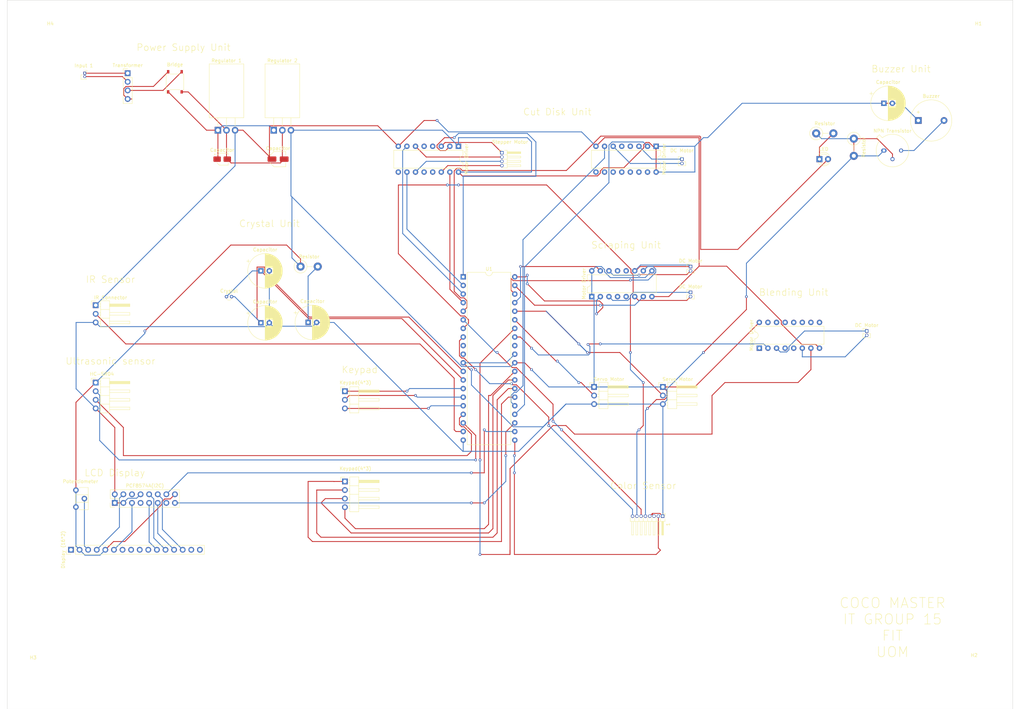
<source format=kicad_pcb>
(kicad_pcb (version 20211014) (generator pcbnew)
  (layers (0 "F.Cu" signal) (31 "B.Cu" signal) (34 "B.Paste" user) (35 "F.Paste" user) (36 "B.SilkS" user "B.Silkscreen") (37 "F.SilkS" user "F.Silkscreen") (38 "B.Mask" user) (39 "F.Mask" user) (44 "Edge.Cuts" user))
  (net 0 "")
  (net 1 "Net-(L1-Pad1)")
  (net 2 "Net-(L1-Pad2)")
  (net 3 "Net-(TRANSFORER1-Pad1)")
  (net 4 "Net-(TRANSFORER1-Pad2)")
  (net 5 "Net-(R_Bridge1-Pad3)")
  (net 6 "Net-(R_Bridge1-Pad4)")
  (net 10 "Net-(10K1-Pad2)")
  (net 11 "GND")
  (net 12 "Net-(U1-Pad1)")
  (net 13 "Net-(motor_driver1-Pad3)")
  (net 16 "Net-(motor_driver1-Pad6)")
  (net 17 "Net-(U1-Pad3)")
  (net 19 "Net-(U1-Pad2)")
  (net 20 "Net-(motor_driver1-Pad11)")
  (net 23 "Net-(motor_driver1-Pad14)")
  (net 24 "Net-(U1-Pad4)")
  (net 25 "Net-(M1-Pad1)")
  (net 26 "Net-(M1-Pad2)")
  (net 27 "Net-(U1-Pad24)")
  (net 28 "Net-(U1-Pad25)")
  (net 38 "Net-(10K1-Pad1)")
  (net 39 "Net-(22pF1-Pad1)")
  (net 40 "Net-(22pF2-Pad1)")
  (net 41 "Net-(J1-Pad1)")
  (net 42 "Net-(J1-Pad2)")
  (net 43 "Net-(M2-Pad1)")
  (net 44 "Net-(M2-Pad2)")
  (net 45 "Net-(M3-Pad1)")
  (net 46 "Net-(M3-Pad2)")
  (net 47 "Net-(Servo2-Pad2)")
  (net 48 "Net-(Servo3-Pad2)")
  (net 49 "Net-(U1-Pad37)")
  (net 50 "Net-(U1-Pad38)")
  (net 51 "Net-(U1-Pad39)")
  (net 52 "Net-(U1-Pad40)")
  (net 57 "Net-(U1-Pad14)")
  (net 58 "Net-(U1-Pad15)")
  (net 59 "Net-(U1-Pad16)")
  (net 60 "Net-(U1-Pad26)")
  (net 61 "Net-(U1-Pad27)")
  (net 62 "Net-(U1-Pad28)")
  (net 63 "Net-(U1-Pad29)")
  (net 64 "Net-(M4-Pad1)")
  (net 65 "Net-(M4-Pad2)")
  (net 66 "Net-(U1-Pad33)")
  (net 67 "Net-(U1-Pad34)")
  (net 78 "Net-(10K2-Pad1)")
  (net 79 "Net-(2K1-Pad2)")
  (net 80 "Net-(BZ1-Pad2)")
  (net 81 "Net-(U1-Pad5)")
  (net 82 "Net-(U1-Pad17)")
  (net 83 "Net-(U1-Pad18)")
  (net 85 "Net-(.1-Pad3)")
  (net 86 "Net-(.1-Pad4)")
  (net 87 "Net-(.1-Pad6)")
  (net 92 "Net-(.1-Pad11)")
  (net 93 "Net-(.1-Pad12)")
  (net 94 "Net-(.1-Pad13)")
  (net 95 "Net-(.1-Pad14)")
  (net 101 "Net-(U1-Pad22)")
  (net 102 "Net-(U1-Pad23)")
  (net 103 "Net-(U1-Pad21)")
  (net 104 "Net-(U1-Pad6)")
  (net 105 "Net-(U1-Pad7)")
  (net 106 "Net-(U1-Pad8)")
  (footprint "Connector_PinHeader_2.54mm:PinHeader_2x08_P2.54mm_Vertical" (layer "F.Cu") (at 31.75 148.59 90)
    (fp_text reference "PCF8574A(I2C)")
    (fp_text value ".")
  )
  (footprint "Connector_PinHeader_2.54mm:PinHeader_1x04_P2.54mm_Horizontal" (layer "F.Cu") (at 99.765 142.25)
    (fp_text reference "Keypad(4*3)")
    (fp_text value "Conn_01x04_Male")
  )
  (footprint "MountingHole:MountingHole_4.3mm_M4_ISO14580" (layer "F.Cu") (at 11.305557 198.072303)
    (fp_text reference "H3")
    (fp_text value "MountingHole_4.3mm_M4_ISO14580")
  )
  (footprint "Package_DIP:DIP-16_W7.62mm" (layer "F.Cu") (at 222.265 102.86 90)
    (fp_text reference "Motor Driver")
    (fp_text value "3")
  )
  (footprint "Connector_PinHeader_1.27mm:PinHeader_1x04_P1.27mm_Horizontal" (layer "F.Cu") (at 146.165 45.09)
    (fp_text reference "Stepper Motor")
    (fp_text value "1")
  )
  (footprint "Package_DIP:DIP-16_W7.62mm" (layer "F.Cu") (at 172.735 87.62 90)
    (fp_text reference "Motor Driver")
    (fp_text value "4")
  )
  (footprint "MountingHole:MountingHole_4.3mm_M4_ISO14580" (layer "F.Cu") (at 285.75 198.12)
    (fp_text reference "H2")
    (fp_text value "MountingHole_4.3mm_M4_ISO14580")
  )
  (footprint "Resistor_THT:R_Axial_DIN0411_L9.9mm_D3.6mm_P5.08mm_Vertical" (layer "F.Cu") (at 86.66 78.74)
    (fp_text reference "Resistor")
    (fp_text value "10K")
  )
  (footprint "Connector_PinHeader_1.27mm:PinHeader_1x02_P1.27mm_Vertical" (layer "F.Cu") (at 201.93 78.74)
    (fp_text reference "DC Motor")
    (fp_text value "3")
  )
  (footprint "Connector_PinHeader_2.54mm:PinHeader_1x03_P2.54mm_Horizontal" (layer "F.Cu") (at 173.425 114.315)
    (fp_text reference "Servo Motor")
    (fp_text value "1")
  )
  (footprint "Diode_SMD:Diode_Bridge_Diotec_ABS" (layer "F.Cu") (at 49.53 24.13 90)
    (fp_text reference "Bridge")
    (fp_text value "ABS4")
  )
  (footprint "Capacitor_THT:CP_Radial_D10.0mm_P2.50mm" (layer "F.Cu") (at 74.93 80.01)
    (fp_text reference "Capacitor")
    (fp_text value "22pF")
  )
  (footprint "Capacitor_SMD:CP_Elec_3x5.4" (layer "F.Cu") (at 63.5 46.99)
    (fp_text reference "Capacitor")
    (fp_text value "C_Polarized_Small")
  )
  (footprint "Package_TO_SOT_THT:TO-220-3_Horizontal_TabDown" (layer "F.Cu") (at 78.74 38.44)
    (fp_text reference "Regulator 2")
    (fp_text value "L7805")
  )
  (footprint "Connector_PinHeader_1.27mm:PinHeader_1x02_P1.27mm_Vertical" (layer "F.Cu") (at 201.93 86.36)
    (fp_text reference "DC Motor")
    (fp_text value "4")
  )
  (footprint "Connector_PinHeader_2.54mm:PinHeader_1x03_P2.54mm_Horizontal" (layer "F.Cu") (at 99.765 115.585)
    (fp_text reference "Keypad(4*3)")
    (fp_text value "Conn_01x03_Male")
  )
  (footprint "Resistor_THT:R_Axial_DIN0411_L9.9mm_D3.6mm_P5.08mm_Vertical" (layer "F.Cu") (at 239.06 39.37)
    (fp_text reference "Resistor")
    (fp_text value "2K")
  )
  (footprint "Connector_PinHeader_2.54mm:PinHeader_1x03_P2.54mm_Horizontal" (layer "F.Cu") (at 193.745 114.315)
    (fp_text reference "Servo Motor")
    (fp_text value "2")
  )
  (footprint "Connector_PinHeader_2.54mm:PinHeader_1x04_P2.54mm_Vertical" (layer "F.Cu") (at 35.56 21.59)
    (fp_text reference "Transformer")
    (fp_text value "Transformer_1P_1S")
  )
  (footprint "Connector_PinHeader_2.54mm:PinHeader_1x16_P2.54mm_Vertical" (layer "F.Cu") (at 18.8 162.4425 90)
    (fp_text reference "Display (16*2)")
    (fp_text value "16*2 LCD")
  )
  (footprint "MountingHole:MountingHole_4.3mm_M4_ISO14580" (layer "F.Cu") (at 287.02 11.43)
    (fp_text reference "H1")
    (fp_text value "MountingHole_4.3mm_M4_ISO14580")
  )
  (footprint "Connector_PinHeader_1.27mm:PinHeader_1x08_P1.27mm_Horizontal" (layer "F.Cu") (at 193.68 152.515 -90)
    (fp_text reference "1")
    (fp_text value "Color Sensor")
  )
  (footprint "Connector_PinHeader_1.27mm:PinHeader_1x02_P1.27mm_Vertical" (layer "F.Cu") (at 254 97.79)
    (fp_text reference "DC Motor")
    (fp_text value "2")
  )
  (footprint "Crystal:Crystal_DS10_D1.0mm_L4.3mm_Vertical" (layer "F.Cu") (at 64.77 87.63)
    (fp_text reference "Crystal")
    (fp_text value "Crystal")
  )
  (footprint "Connector_PinHeader_2.54mm:PinHeader_1x04_P2.54mm_Horizontal" (layer "F.Cu") (at 26.105 113.04)
    (fp_text reference "HC-SR04")
    (fp_text value "HC-SR04")
  )
  (footprint "Capacitor_THT:CP_Radial_D10.0mm_P2.50mm" (layer "F.Cu") (at 88.9 95.25)
    (fp_text reference "Capacitor")
    (fp_text value "1uF")
  )
  (footprint "Capacitor_THT:CP_Radial_D10.0mm_P2.50mm" (layer "F.Cu") (at 259.08 30.48)
    (fp_text reference "Capacitor")
    (fp_text value "4.7uF")
  )
  (footprint "Package_TO_SOT_THT:TO-39-3" (layer "F.Cu") (at 259.08 44.45)
    (fp_text reference "NPN Transistor")
    (fp_text value "2N2219")
  )
  (footprint "Connector_PinHeader_2.54mm:PinHeader_1x03_P2.54mm_Horizontal" (layer "F.Cu") (at 26.105 90.17)
    (fp_text reference "IR Connector")
    (fp_text value "Conn_01x03_Female")
  )
  (footprint "Capacitor_SMD:CP_Elec_4x3" (layer "F.Cu") (at 80.01 46.99)
    (fp_text reference "Capacitor")
    (fp_text value "C_Polarized_Small")
  )
  (footprint "Capacitor_THT:CP_Radial_D10.0mm_P2.50mm" (layer "F.Cu") (at 74.93 95.37)
    (fp_text reference "Capacitor")
    (fp_text value "22pF")
  )
  (footprint "Resistor_THT:R_Axial_DIN0411_L9.9mm_D3.6mm_P5.08mm_Vertical" (layer "F.Cu") (at 250.19 40.94 -90)
    (fp_text reference "Resistor")
    (fp_text value "10K")
  )
  (footprint "Package_DIP:DIP-16_W7.62mm" (layer "F.Cu") (at 133.335 43.19 -90)
    (fp_text reference "Motor Driver")
    (fp_text value "1")
  )
  (footprint "MountingHole:MountingHole_4.3mm_M4_ISO14580" (layer "F.Cu") (at 12.7 11.43)
    (fp_text reference "H4")
    (fp_text value "MountingHole_4.3mm_M4_ISO14580")
  )
  (footprint "Package_DIP:DIP-16_W7.62mm" (layer "F.Cu") (at 191.755 43.19 -90)
    (fp_text reference "Motor Driver")
    (fp_text value "2")
  )
  (footprint "Package_DIP:DIP-40_W15.24mm" (layer "F.Cu") (at 134.74 81.78)
    (fp_text reference "U1")
    (fp_text value "ATmega32")
  )
  (footprint "Potentiometer_THT:Potentiometer_ACP_CA6-H2,5_Horizontal" (layer "F.Cu") (at 20.265 144.82)
    (fp_text reference "Potentiometer")
    (fp_text value "R_Potentiometer")
  )
  (footprint "Connector_PinHeader_1.27mm:PinHeader_1x02_P1.27mm_Vertical" (layer "F.Cu") (at 199.39 46.99)
    (fp_text reference "DC Motor")
    (fp_text value "1")
  )
  (footprint "LED_THT:LED_D3.0mm" (layer "F.Cu") (at 240.03 46.99)
    (fp_text reference "LED")
    (fp_text value "LED")
  )
  (footprint "Connector_PinSocket_1.00mm:PinSocket_1x02_P1.00mm_Vertical" (layer "F.Cu") (at 22.86 21.59)
    (fp_text reference "Input 1")
    (fp_text value "Conn_01x02")
  )
  (footprint "Package_TO_SOT_THT:TO-220-3_Horizontal_TabDown" (layer "F.Cu") (at 62.23 38.44)
    (fp_text reference "Regulator 1")
    (fp_text value "L7812")
  )
  (footprint "Buzzer_Beeper:Buzzer_12x9.5RM7.6" (layer "F.Cu") (at 269.25 35.56)
    (fp_text reference "Buzzer")
    (fp_text value "Buzzer")
  )
  (gr_line (start 0 209.55) (end 0 0) (layer "Edge.Cuts") (width 0.1))
  (gr_line (start 0 0) (end 297.18 0) (layer "Edge.Cuts") (width 0.1))
  (gr_line (start 297.18 209.55) (end 0 209.55) (layer "Edge.Cuts") (width 0.1))
  (gr_line (start 297.18 0) (end 297.18 209.55) (layer "Edge.Cuts") (width 0.1))
  (gr_text "COCO MASTER\nIT GROUP 15\nFIT\nUOM" (at 261.62 185.42) (layer "F.SilkS") (effects (font (size 3 3))))
  (gr_text "Color Sensor" (at 187.96 143.51) (layer "F.SilkS") (effects (font (size 2 2))))
  (gr_text "Ultrasonic sensor" (at 30.48 106.68) (layer "F.SilkS") (effects (font (size 2 2))))
  (gr_text "Buzzer Unit" (at 264.16 20.32) (layer "F.SilkS") (effects (font (size 2 2))))
  (gr_text "IR Sensor" (at 30.48 82.55) (layer "F.SilkS") (effects (font (size 2 2))))
  (gr_text "Crystal Unit" (at 77.47 66.04) (layer "F.SilkS") (effects (font (size 2 2))))
  (gr_text "Scraping Unit" (at 182.88 72.39) (layer "F.SilkS") (effects (font (size 2 2))))
  (gr_text "LCD Display" (at 31.75 139.7) (layer "F.SilkS") (effects (font (size 2 2))))
  (gr_text "Cut Disk Unit" (at 162.56 33.02) (layer "F.SilkS") (effects (font (size 2 2))))
  (gr_text "Blending Unit" (at 232.41 86.36) (layer "F.SilkS") (effects (font (size 2 2))))
  (gr_text "Power Supply Unit" (at 52.07 13.97) (layer "F.SilkS") (effects (font (size 2 2))))
  (gr_text "Keypad" (at 104.14 109.22) (layer "F.SilkS") (effects (font (size 2 2))))
  (segment (start 62 46.99) (end 62.23 46.76) (width 0.25) (layer "F.Cu") (net 1))
  (segment (start 58.865 38.44) (end 62.23 38.44) (width 0.25) (layer "F.Cu") (net 1))
  (segment (start 62.23 46.76) (end 62.23 38.44) (width 0.25) (layer "F.Cu") (net 1))
  (segment (start 47.53 27.105) (end 58.865 38.44) (width 0.25) (layer "F.Cu") (net 1))
  (segment (start 77.41548 37.11548) (end 63.55452 37.11548) (width 0.25) (layer "B.Cu") (net 1))
  (segment (start 78.74 38.44) (end 77.41548 37.11548) (width 0.25) (layer "B.Cu") (net 1))
  (segment (start 63.55452 37.11548) (end 62.23 38.44) (width 0.25) (layer "B.Cu") (net 1))
  (segment (start 65 46.99) (end 66.12452 48.11452) (width 0.25) (layer "F.Cu") (net 2))
  (segment (start 64.77 46.76) (end 64.77 38.44) (width 0.25) (layer "F.Cu") (net 2))
  (segment (start 51.53 27.105) (end 53.435 27.105) (width 0.25) (layer "F.Cu") (net 2))
  (segment (start 53.435 27.105) (end 64.77 38.44) (width 0.25) (layer "F.Cu") (net 2))
  (segment (start 80.68548 48.11452) (end 81.81 46.99) (width 0.25) (layer "F.Cu") (net 2))
  (segment (start 66.12452 48.11452) (end 80.68548 48.11452) (width 0.25) (layer "F.Cu") (net 2))
  (segment (start 81.28 46.46) (end 81.28 38.44) (width 0.25) (layer "F.Cu") (net 2))
  (segment (start 81.81 46.99) (end 81.28 46.46) (width 0.25) (layer "F.Cu") (net 2))
  (segment (start 65 46.99) (end 64.77 46.76) (width 0.25) (layer "F.Cu") (net 2))
  (segment (start 22.86 21.59) (end 35.56 21.59) (width 0.25) (layer "F.Cu") (net 3))
  (segment (start 34.02 22.59) (end 35.56 24.13) (width 0.25) (layer "F.Cu") (net 4))
  (segment (start 22.86 22.59) (end 34.02 22.59) (width 0.25) (layer "F.Cu") (net 4))
  (segment (start 35.56 26.67) (end 46.015 26.67) (width 0.25) (layer "F.Cu") (net 5))
  (segment (start 46.015 26.67) (end 51.53 21.155) (width 0.25) (layer "F.Cu") (net 5))
  (segment (start 36.83 29.21) (end 35.56 29.21) (width 0.25) (layer "F.Cu") (net 6))
  (segment (start 43.189511 25.495489) (end 35.073501 25.495489) (width 0.25) (layer "F.Cu") (net 6))
  (segment (start 34.385489 26.183501) (end 34.385489 28.035489) (width 0.25) (layer "F.Cu") (net 6))
  (segment (start 34.385489 28.035489) (end 35.56 29.21) (width 0.25) (layer "F.Cu") (net 6))
  (segment (start 35.073501 25.495489) (end 34.385489 26.183501) (width 0.25) (layer "F.Cu") (net 6))
  (segment (start 47.53 21.155) (end 43.189511 25.495489) (width 0.25) (layer "F.Cu") (net 6))
  (segment (start 88.9 95.25) (end 88.9 81.58) (width 0.25) (layer "B.Cu") (net 10))
  (segment (start 88.9 81.58) (end 91.74 78.74) (width 0.25) (layer "B.Cu") (net 10))
  (segment (start 31.75 148.59) (end 34.29 148.59) (width 0.25) (layer "F.Cu") (net 11))
  (segment (start 137.16 109.22) (end 136.78 109.22) (width 0.25) (layer "F.Cu") (net 11))
  (segment (start 218.44 91.44) (end 218.44 87.63) (width 0.25) (layer "F.Cu") (net 11))
  (segment (start 31.75 146.05) (end 31.75 126.305) (width 0.25) (layer "F.Cu") (net 11))
  (segment (start 190.694511 152.069511) (end 191.14 152.515) (width 0.25) (layer "F.Cu") (net 11))
  (segment (start 190.694511 151.690489) (end 190.694511 152.069511) (width 0.25) (layer "F.Cu") (net 11))
  (segment (start 205.74 104.14) (end 218.44 91.44) (width 0.25) (layer "F.Cu") (net 11))
  (segment (start 31.75 126.305) (end 26.105 120.66) (width 0.25) (layer "F.Cu") (net 11))
  (segment (start 192.855489 151.690489) (end 193.68 152.515) (width 0.25) (layer "F.Cu") (net 11))
  (segment (start 189.87 152.515) (end 190.694511 151.690489) (width 0.25) (layer "F.Cu") (net 11))
  (segment (start 136.78 109.22) (end 134.74 107.18) (width 0.25) (layer "F.Cu") (net 11))
  (segment (start 190.694511 151.690489) (end 192.855489 151.690489) (width 0.25) (layer "F.Cu") (net 11))
  (via (at 205.74 104.14) (size 0.8) (drill 0.4) (layers "F.Cu" "B.Cu") (net 11))
  (via (at 218.44 87.63) (size 0.8) (drill 0.4) (layers "F.Cu" "B.Cu") (net 11))
  (via (at 137.16 109.22) (size 0.8) (drill 0.4) (layers "F.Cu" "B.Cu") (net 11))
  (segment (start 218.44 77.77) (end 250.19 46.02) (width 0.25) (layer "B.Cu") (net 11))
  (segment (start 31.75 148.59) (end 31.75 146.05) (width 0.25) (layer "B.Cu") (net 11))
  (segment (start 193.745 152.45) (end 193.68 152.515) (width 0.25) (layer "B.Cu") (net 11))
  (segment (start 173.425 119.395) (end 193.745 119.395) (width 0.25) (layer "B.Cu") (net 11))
  (segment (start 218.44 87.63) (end 218.44 77.77) (width 0.25) (layer "B.Cu") (net 11))
  (segment (start 26.105 120.66) (end 20.32 114.875) (width 0.25) (layer "B.Cu") (net 11))
  (segment (start 250.19 46.02) (end 257.51 46.02) (width 0.25) (layer "B.Cu") (net 11))
  (segment (start 35.655489 147.224511) (end 38.195489 147.224511) (width 0.25) (layer "B.Cu") (net 11))
  (segment (start 34.29 148.59) (end 35.655489 147.224511) (width 0.25) (layer "B.Cu") (net 11))
  (segment (start 194.919511 118.220489) (end 194.919511 114.960489) (width 0.25) (layer "B.Cu") (net 11))
  (segment (start 134.74 133.23) (end 134.62 133.35) (width 0.25) (layer "B.Cu") (net 11))
  (segment (start 76.305489 96.494511) (end 77.43 95.37) (width 0.25) (layer "B.Cu") (net 11))
  (segment (start 165.085 119.395) (end 158.395489 126.084511) (width 0.25) (layer "B.Cu") (net 11))
  (segment (start 147.44 107.18) (end 149.98 104.64) (width 0.25) (layer "B.Cu") (net 11))
  (segment (start 134.74 107.18) (end 147.44 107.18) (width 0.25) (layer "B.Cu") (net 11))
  (segment (start 137.16 113.7303) (end 137.16 109.22) (width 0.25) (layer "B.Cu") (net 11))
  (segment (start 20.32 114.875) (end 20.32 95.25) (width 0.25) (layer "B.Cu") (net 11))
  (segment (start 77.43 95.37) (end 77.43 80.01) (width 0.25) (layer "B.Cu") (net 11))
  (segment (start 257.51 46.02) (end 259.08 44.45) (width 0.25) (layer "B.Cu") (net 11))
  (segment (start 194.919511 114.960489) (end 205.74 104.14) (width 0.25) (layer "B.Cu") (net 11))
  (segment (start 193.745 119.395) (end 193.745 152.45) (width 0.25) (layer "B.Cu") (net 11))
  (segment (start 134.74 130.04) (end 134.74 133.23) (width 0.25) (layer "B.Cu") (net 11))
  (segment (start 90.275489 96.374511) (end 91.4 95.25) (width 0.25) (layer "B.Cu") (net 11))
  (segment (start 151.13 133.35) (end 134.62 133.35) (width 0.25) (layer "B.Cu") (net 11))
  (segment (start 96.52 95.25) (end 91.4 95.25) (width 0.25) (layer "B.Cu") (net 11))
  (segment (start 38.195489 147.224511) (end 39.37 146.05) (width 0.25) (layer "B.Cu") (net 11))
  (segment (start 149.514211 126.084511) (end 137.16 113.7303) (width 0.25) (layer "B.Cu") (net 11))
  (segment (start 193.745 119.395) (end 194.919511 118.220489) (width 0.25) (layer "B.Cu") (net 11))
  (segment (start 20.32 95.25) (end 26.105 95.25) (width 0.25) (layer "B.Cu") (net 11))
  (segment (start 134.62 133.35) (end 96.52 95.25) (width 0.25) (layer "B.Cu") (net 11))
  (segment (start 27.349511 96.494511) (end 76.305489 96.494511) (width 0.25) (layer "B.Cu") (net 11))
  (segment (start 78.434511 96.374511) (end 90.275489 96.374511) (width 0.25) (layer "B.Cu") (net 11))
  (segment (start 173.425 119.395) (end 165.085 119.395) (width 0.25) (layer "B.Cu") (net 11))
  (segment (start 165.085 119.395) (end 151.13 133.35) (width 0.25) (layer "B.Cu") (net 11))
  (segment (start 26.105 95.25) (end 27.349511 96.494511) (width 0.25) (layer "B.Cu") (net 11))
  (segment (start 158.395489 126.084511) (end 149.514211 126.084511) (width 0.25) (layer "B.Cu") (net 11))
  (segment (start 77.43 95.37) (end 78.434511 96.374511) (width 0.25) (layer "B.Cu") (net 11))
  (segment (start 129.535 44.45) (end 130.795 43.19) (width 0.25) (layer "F.Cu") (net 12))
  (segment (start 127.9247 44.45) (end 129.535 44.45) (width 0.25) (layer "F.Cu") (net 12))
  (segment (start 127 43.5253) (end 127.9247 44.45) (width 0.25) (layer "F.Cu") (net 12))
  (segment (start 127 42.8547) (end 127 43.5253) (width 0.25) (layer "F.Cu") (net 12))
  (segment (start 129.2147 40.64) (end 127 42.8547) (width 0.25) (layer "F.Cu") (net 12))
  (segment (start 132.08 40.64) (end 129.2147 40.64) (width 0.25) (layer "F.Cu") (net 12))
  (via (at 132.08 40.64) (size 0.8) (drill 0.4) (layers "F.Cu" "B.Cu") (net 12))
  (segment (start 153.67 39.37) (end 133.35 39.37) (width 0.25) (layer "B.Cu") (net 12))
  (segment (start 156.21 41.91) (end 153.67 39.37) (width 0.25) (layer "B.Cu") (net 12))
  (segment (start 134.74 52.19) (end 134.62 52.07) (width 0.25) (layer "B.Cu") (net 12))
  (segment (start 156.21 52.07) (end 156.21 41.91) (width 0.25) (layer "B.Cu") (net 12))
  (segment (start 133.35 39.37) (end 132.08 40.64) (width 0.25) (layer "B.Cu") (net 12))
  (segment (start 134.74 81.78) (end 134.74 52.19) (width 0.25) (layer "B.Cu") (net 12))
  (segment (start 134.62 52.07) (end 156.21 52.07) (width 0.25) (layer "B.Cu") (net 12))
  (segment (start 128.255 43.19) (end 129.379511 42.065489) (width 0.25) (layer "F.Cu") (net 13))
  (segment (start 129.379511 42.065489) (end 143.140489 42.065489) (width 0.25) (layer "F.Cu") (net 13))
  (segment (start 143.140489 42.065489) (end 146.165 45.09) (width 0.25) (layer "F.Cu") (net 13))
  (segment (start 123.805 46.36) (end 146.165 46.36) (width 0.25) (layer "F.Cu") (net 16))
  (segment (start 120.635 43.19) (end 123.805 46.36) (width 0.25) (layer "F.Cu") (net 16))
  (segment (start 116.84 44.445) (end 118.095 43.19) (width 0.25) (layer "B.Cu") (net 17))
  (segment (start 134.74 86.86) (end 116.84 68.96) (width 0.25) (layer "B.Cu") (net 17))
  (segment (start 116.84 68.96) (end 116.84 44.445) (width 0.25) (layer "B.Cu") (net 17))
  (segment (start 118.095 67.675) (end 118.095 50.81) (width 0.25) (layer "B.Cu") (net 19))
  (segment (start 134.74 84.32) (end 118.095 67.675) (width 0.25) (layer "B.Cu") (net 19))
  (segment (start 146.165 47.63) (end 123.815 47.63) (width 0.25) (layer "B.Cu") (net 20))
  (segment (start 123.815 47.63) (end 120.635 50.81) (width 0.25) (layer "B.Cu") (net 20))
  (segment (start 130.165 48.9) (end 128.255 50.81) (width 0.25) (layer "F.Cu") (net 23))
  (segment (start 146.165 48.9) (end 130.165 48.9) (width 0.25) (layer "F.Cu") (net 23))
  (segment (start 130.795 85.455) (end 134.74 89.4) (width 0.25) (layer "F.Cu") (net 24))
  (segment (start 130.795 50.81) (end 130.795 85.455) (width 0.25) (layer "F.Cu") (net 24))
  (segment (start 190.475 46.99) (end 199.39 46.99) (width 0.25) (layer "B.Cu") (net 25))
  (segment (start 186.675 43.19) (end 190.475 46.99) (width 0.25) (layer "B.Cu") (net 25))
  (segment (start 179.055 43.19) (end 184.125 48.26) (width 0.25) (layer "B.Cu") (net 26))
  (segment (start 184.125 48.26) (end 199.39 48.26) (width 0.25) (layer "B.Cu") (net 26))
  (segment (start 178.7447 41.91) (end 187.935 41.91) (width 0.25) (layer "B.Cu") (net 27))
  (segment (start 152.84952 78.896758) (end 177.8 53.946278) (width 0.25) (layer "B.Cu") (net 27))
  (segment (start 187.935 41.91) (end 189.215 43.19) (width 0.25) (layer "B.Cu") (net 27))
  (segment (start 177.8 42.8547) (end 178.7447 41.91) (width 0.25) (layer "B.Cu") (net 27))
  (segment (start 177.8 53.946278) (end 177.8 42.8547) (width 0.25) (layer "B.Cu") (net 27))
  (segment (start 149.98 122.42) (end 152.84952 119.55048) (width 0.25) (layer "B.Cu") (net 27))
  (segment (start 152.84952 119.55048) (end 152.84952 78.896758) (width 0.25) (layer "B.Cu") (net 27))
  (segment (start 149.805189 115.924511) (end 150.445789 115.924511) (width 0.25) (layer "B.Cu") (net 28))
  (segment (start 150.445789 115.924511) (end 152.4 113.9703) (width 0.25) (layer "B.Cu") (net 28))
  (segment (start 149.98 119.88) (end 148.855489 118.755489) (width 0.25) (layer "B.Cu") (net 28))
  (segment (start 148.855489 118.755489) (end 148.855489 116.874211) (width 0.25) (layer "B.Cu") (net 28))
  (segment (start 152.4 70.7947) (end 176.515 46.6797) (width 0.25) (layer "B.Cu") (net 28))
  (segment (start 152.4 113.9703) (end 152.4 70.7947) (width 0.25) (layer "B.Cu") (net 28))
  (segment (start 176.515 46.6797) (end 176.515 43.19) (width 0.25) (layer "B.Cu") (net 28))
  (segment (start 148.855489 116.874211) (end 149.805189 115.924511) (width 0.25) (layer "B.Cu") (net 28))
  (segment (start 40.64 97.79) (end 66.04 72.39) (width 0.25) (layer "F.Cu") (net 38))
  (segment (start 31.3825 160.02) (end 28.96 162.4425) (width 0.25) (layer "F.Cu") (net 38))
  (segment (start 175.26 51.1153) (end 175.26 50.4747) (width 0.25) (layer "F.Cu") (net 38))
  (segment (start 45.72 148.19899) (end 45.72 148.98101) (width 0.25) (layer "F.Cu") (net 38))
  (segment (start 133.335 50.81) (end 134.459511 51.934511) (width 0.25) (layer "F.Cu") (net 38))
  (segment (start 188.749211 42.065489) (end 189.680789 42.065489) (width 0.25) (layer "F.Cu") (net 38))
  (segment (start 203.19 114.315) (end 222.265 95.24) (width 0.25) (layer "F.Cu") (net 38))
  (segment (start 48.164511 147.415489) (end 46.503501 147.415489) (width 0.25) (layer "F.Cu") (net 38))
  (segment (start 191.755 44.1397) (end 191.755 50.81) (width 0.25) (layer "F.Cu") (net 38))
  (segment (start 20.265 118.88) (end 26.105 113.04) (width 0.25) (layer "F.Cu") (net 38))
  (segment (start 45.72 148.98101) (end 34.68101 160.02) (width 0.25) (layer "F.Cu") (net 38))
  (segment (start 191.850489 118.029511) (end 194.231499 118.029511) (width 0.25) (layer "F.Cu") (net 38))
  (segment (start 259.08 30.48) (end 261.58 30.48) (width 0.25) (layer "F.Cu") (net 38))
  (segment (start 20.265 144.82) (end 20.265 118.88) (width 0.25) (layer "F.Cu") (net 38))
  (segment (start 82.55 72.39) (end 86.66 76.5) (width 0.25) (layer "F.Cu") (net 38))
  (segment (start 152.9 107.18) (end 149.98 107.18) (width 0.25) (layer "F.Cu") (net 38))
  (segment (start 66.04 72.39) (end 82.55 72.39) (width 0.25) (layer "F.Cu") (net 38))
  (segment (start 194.919511 117.341499) (end 194.919511 115.489511) (width 0.25) (layer "F.Cu") (net 38))
  (segment (start 134.459511 51.934511) (end 174.440789 51.934511) (width 0.25) (layer "F.Cu") (net 38))
  (segment (start 189.23 120.65) (end 191.850489 118.029511) (width 0.25) (layer "F.Cu") (net 38))
  (segment (start 182.216278 49.53) (end 188.090489 43.655789) (width 0.25) (layer "F.Cu") (net 38))
  (segment (start 49.53 146.05) (end 48.164511 147.415489) (width 0.25) (layer "F.Cu") (net 38))
  (segment (start 188.090489 43.655789) (end 188.090489 42.724211) (width 0.25) (layer "F.Cu") (net 38))
  (segment (start 34.68101 160.02) (end 31.3825 160.02) (width 0.25) (layer "F.Cu") (net 38))
  (segment (start 176.2047 49.53) (end 182.216278 49.53) (width 0.25) (layer "F.Cu") (net 38))
  (segment (start 86.66 76.5) (end 86.66 78.74) (width 0.25) (layer "F.Cu") (net 38))
  (segment (start 175.26 50.4747) (end 176.2047 49.53) (width 0.25) (layer "F.Cu") (net 38))
  (segment (start 193.745 114.315) (end 203.19 114.315) (width 0.25) (layer "F.Cu") (net 38))
  (segment (start 174.440789 51.934511) (end 175.26 51.1153) (width 0.25) (layer "F.Cu") (net 38))
  (segment (start 189.680789 42.065489) (end 191.755 44.1397) (width 0.25) (layer "F.Cu") (net 38))
  (segment (start 46.503501 147.415489) (end 45.72 148.19899) (width 0.25) (layer "F.Cu") (net 38))
  (segment (start 194.919511 115.489511) (end 193.745 114.315) (width 0.25) (layer "F.Cu") (net 38))
  (segment (start 194.231499 118.029511) (end 194.919511 117.341499) (width 0.25) (layer "F.Cu") (net 38))
  (segment (start 154.94 109.22) (end 152.9 107.18) (width 0.25) (layer "F.Cu") (net 38))
  (segment (start 188.090489 42.724211) (end 188.749211 42.065489) (width 0.25) (layer "F.Cu") (net 38))
  (via (at 40.64 97.79) (size 0.8) (drill 0.4) (layers "F.Cu" "B.Cu") (net 38))
  (via (at 154.94 109.22) (size 0.8) (drill 0.4) (layers "F.Cu" "B.Cu") (net 38))
  (via (at 189.23 120.65) (size 0.8) (drill 0.4) (layers "F.Cu" "B.Cu") (net 38))
  (segment (start 154.93 50.81) (end 154.94 50.8) (width 0.25) (layer "B.Cu") (net 38))
  (segment (start 84.10485 76.18485) (end 86.66 78.74) (width 0.25) (layer "B.Cu") (net 38))
  (segment (start 203.19 50.81) (end 191.755 50.81) (width 0.25) (layer "B.Cu") (net 38))
  (segment (start 84.10485 58.13515) (end 84.10485 76.18485) (width 0.25) (layer "B.Cu") (net 38))
  (segment (start 176.53 79.6647) (end 175.6053 78.74) (width 0.25) (layer "B.Cu") (net 38))
  (segment (start 40.64 98.505) (end 40.64 97.79) (width 0.25) (layer "B.Cu") (net 38))
  (segment (start 203.2 50.8) (end 203.19 50.81) (width 0.25) (layer "B.Cu") (net 38))
  (segment (start 26.105 113.04) (end 40.64 98.505) (width 0.25) (layer "B.Cu") (net 38))
  (segment (start 133.335 50.81) (end 154.93 50.81) (width 0.25) (layer "B.Cu") (net 38))
  (segment (start 20.265 149.82) (end 20.265 161.3675) (width 0.25) (layer "B.Cu") (net 38))
  (segment (start 173.995 78.74) (end 172.735 80) (width 0.25) (layer "B.Cu") (net 38))
  (segment (start 83.82 57.8503) (end 84.10485 58.13515) (width 0.25) (layer "B.Cu") (net 38))
  (segment (start 20.265 161.3675) (end 21.34 162.4425) (width 0.25) (layer "B.Cu") (net 38))
  (segment (start 178.229211 82.004511) (end 176.53 80.3053) (width 0.25) (layer "B.Cu") (net 38))
  (segment (start 188.510489 82.004511) (end 178.229211 82.004511) (width 0.25) (layer "B.Cu") (net 38))
  (segment (start 188.6 152.515) (end 188.6 121.28) (width 0.25) (layer "B.Cu") (net 38))
  (segment (start 175.6053 78.74) (end 173.995 78.74) (width 0.25) (layer "B.Cu") (net 38))
  (segment (start 133.35 40.64) (end 133.335 40.655) (width 0.25) (layer "B.Cu") (net 38))
  (segment (start 176.53 80.3053) (end 176.53 79.6647) (width 0.25) (layer "B.Cu") (net 38))
  (segment (start 261.58 30.48) (end 264.17 30.48) (width 0.25) (layer "B.Cu") (net 38))
  (segment (start 190.515 80) (end 188.510489 82.004511) (width 0.25) (layer "B.Cu") (net 38))
  (segment (start 203.19 43.19) (end 203.2 43.18) (width 0.25) (layer "B.Cu") (net 38))
  (segment (start 160.035 114.315) (end 154.94 109.22) (width 0.25) (layer "B.Cu") (net 38))
  (segment (start 217.17 30.48) (end 259.08 30.48) (width 0.25) (layer "B.Cu") (net 38))
  (segment (start 172.735 87.62) (end 172.735 80) (width 0.25) (layer "B.Cu") (net 38))
  (segment (start 154.94 50.8) (end 154.94 41.91) (width 0.25) (layer "B.Cu") (net 38))
  (segment (start 188.6 121.28) (end 189.23 120.65) (width 0.25) (layer "B.Cu") (net 38))
  (segment (start 191.755 43.19) (end 203.19 43.19) (width 0.25) (layer "B.Cu") (net 38))
  (segment (start 173.425 114.315) (end 160.035 114.315) (width 0.25) (layer "B.Cu") (net 38))
  (segment (start 173.425 88.31) (end 172.735 87.62) (width 0.25) (layer "B.Cu") (net 38))
  (segment (start 148.855489 108.304511) (end 149.98 107.18) (width 0.25) (layer "B.Cu") (net 38))
  (segment (start 203.2 43.18) (end 205.74 40.64) (width 0.25) (layer "B.Cu") (net 38))
  (segment (start 21.34 162.4425) (end 22.96452 164.06702) (width 0.25) (layer "B.Cu") (net 38))
  (segment (start 207.01 40.64) (end 217.17 30.48) (width 0.25) (layer "B.Cu") (net 38))
  (segment (start 154.94 41.91) (end 153.67 40.64) (width 0.25) (layer "B.Cu") (net 38))
  (segment (start 27.33548 164.06702) (end 28.96 162.4425) (width 0.25) (layer "B.Cu") (net 38))
  (segment (start 22.96452 164.06702) (end 27.33548 164.06702) (width 0.25) (layer "B.Cu") (net 38))
  (segment (start 83.82 38.44) (end 83.82 57.8503) (width 0.25) (layer "B.Cu") (net 38))
  (segment (start 205.74 40.64) (end 207.01 40.64) (width 0.25) (layer "B.Cu") (net 38))
  (segment (start 84.10485 58.13515) (end 134.274211 108.304511) (width 0.25) (layer "B.Cu") (net 38))
  (segment (start 153.67 40.64) (end 133.35 40.64) (width 0.25) (layer "B.Cu") (net 38))
  (segment (start 173.425 114.315) (end 173.425 88.31) (width 0.25) (layer "B.Cu") (net 38))
  (segment (start 20.265 149.82) (end 20.265 144.82) (width 0.25) (layer "B.Cu") (net 38))
  (segment (start 173.425 114.315) (end 193.745 114.315) (width 0.25) (layer "B.Cu") (net 38))
  (segment (start 128.585 38.44) (end 133.335 43.19) (width 0.25) (layer "B.Cu") (net 38))
  (segment (start 134.274211 108.304511) (end 148.855489 108.304511) (width 0.25) (layer "B.Cu") (net 38))
  (segment (start 83.82 38.44) (end 128.585 38.44) (width 0.25) (layer "B.Cu") (net 38))
  (segment (start 133.335 40.655) (end 133.335 43.19) (width 0.25) (layer "B.Cu") (net 38))
  (segment (start 264.17 30.48) (end 269.25 35.56) (width 0.25) (layer "B.Cu") (net 38))
  (segment (start 203.2 43.18) (end 203.2 50.8) (width 0.25) (layer "B.Cu") (net 38))
  (segment (start 116.605489 94.125489) (end 134.74 112.26) (width 0.25) (layer "F.Cu") (net 39))
  (segment (start 89.045489 94.125489) (end 116.605489 94.125489) (width 0.25) (layer "F.Cu") (net 39))
  (segment (start 74.93 80.01) (end 89.045489 94.125489) (width 0.25) (layer "F.Cu") (net 39))
  (segment (start 64.77 87.63) (end 72.39 80.01) (width 0.25) (layer "B.Cu") (net 39))
  (segment (start 72.39 80.01) (end 74.93 80.01) (width 0.25) (layer "B.Cu") (net 39))
  (segment (start 73.805489 94.245489) (end 73.805489 78.885489) (width 0.25) (layer "F.Cu") (net 40))
  (segment (start 76.054511 78.885489) (end 76.054511 80.498793) (width 0.25) (layer "F.Cu") (net 40))
  (segment (start 74.93 95.37) (end 73.805489 94.245489) (width 0.25) (layer "F.Cu") (net 40))
  (segment (start 76.054511 80.498793) (end 89.231687 93.675969) (width 0.25) (layer "F.Cu") (net 40))
  (segment (start 89.231687 93.675969) (end 118.695969 93.675969) (width 0.25) (layer "F.Cu") (net 40))
  (segment (start 73.805489 78.885489) (end 76.054511 78.885489) (width 0.25) (layer "F.Cu") (net 40))
  (segment (start 118.695969 93.675969) (end 134.74 109.72) (width 0.25) (layer "F.Cu") (net 40))
  (segment (start 66.27 87.63) (end 67.19 87.63) (width 0.25) (layer "B.Cu") (net 40))
  (segment (start 67.19 87.63) (end 74.93 95.37) (width 0.25) (layer "B.Cu") (net 40))
  (segment (start 77.462989 37.115489) (end 109.480489 37.115489) (width 0.25) (layer "F.Cu") (net 41))
  (segment (start 77.462989 46.242989) (end 77.462989 37.115489) (width 0.25) (layer "F.Cu") (net 41))
  (segment (start 69.66 38.44) (end 67.31 38.44) (width 0.25) (layer "F.Cu") (net 41))
  (segment (start 234.790189 101.735489) (end 238.920489 101.735489) (width 0.25) (layer "F.Cu") (net 41))
  (segment (start 228.760489 94.774211) (end 228.760489 95.705789) (width 0.25) (layer "F.Cu") (net 41))
  (segment (start 78.21 46.99) (end 69.66 38.44) (width 0.25) (layer "F.Cu") (net 41))
  (segment (start 204.47 78.636036) (end 212.622314 78.636036) (width 0.25) (layer "F.Cu") (net 41))
  (segment (start 195.486036 87.62) (end 204.47 78.636036) (width 0.25) (layer "F.Cu") (net 41))
  (segment (start 228.760489 95.705789) (end 234.790189 101.735489) (width 0.25) (layer "F.Cu") (net 41))
  (segment (start 204.47 78.636036) (end 204.47 40.64) (width 0.25) (layer "F.Cu") (net 41))
  (segment (start 212.622314 78.636036) (end 228.760489 94.774211) (width 0.25) (layer "F.Cu") (net 41))
  (segment (start 78.21 46.99) (end 77.462989 46.242989) (width 0.25) (layer "F.Cu") (net 41))
  (segment (start 109.480489 37.115489) (end 115.555 43.19) (width 0.25) (layer "F.Cu") (net 41))
  (segment (start 123.185 35.56) (end 115.555 43.19) (width 0.25) (layer "F.Cu") (net 41))
  (segment (start 176.525 40.64) (end 173.975 43.19) (width 0.25) (layer "F.Cu") (net 41))
  (segment (start 238.920489 101.735489) (end 240.045 102.86) (width 0.25) (layer "F.Cu") (net 41))
  (segment (start 190.515 87.62) (end 195.486036 87.62) (width 0.25) (layer "F.Cu") (net 41))
  (segment (start 204.47 40.64) (end 176.525 40.64) (width 0.25) (layer "F.Cu") (net 41))
  (segment (start 127 35.56) (end 123.185 35.56) (width 0.25) (layer "F.Cu") (net 41))
  (via (at 127 35.56) (size 0.8) (drill 0.4) (layers "F.Cu" "B.Cu") (net 41))
  (segment (start 67.31 48.965) (end 26.105 90.17) (width 0.25) (layer "B.Cu") (net 41))
  (segment (start 67.31 38.44) (end 67.31 48.965) (width 0.25) (layer "B.Cu") (net 41))
  (segment (start 173.975 43.19) (end 169.70548 38.92048) (width 0.25) (layer "B.Cu") (net 41))
  (segment (start 169.70548 38.92048) (end 130.36048 38.92048) (width 0.25) (layer "B.Cu") (net 41))
  (segment (start 130.36048 38.92048) (end 127 35.56) (width 0.25) (layer "B.Cu") (net 41))
  (segment (start 132.08 127) (end 132.58 127.5) (width 0.25) (layer "F.Cu") (net 42))
  (segment (start 34.995 101.6) (end 121.92 101.6) (width 0.25) (layer "F.Cu") (net 42))
  (segment (start 132.58 127.5) (end 134.74 127.5) (width 0.25) (layer "F.Cu") (net 42))
  (segment (start 121.92 101.6) (end 132.08 111.76) (width 0.25) (layer "F.Cu") (net 42))
  (segment (start 132.08 111.76) (end 132.08 127) (width 0.25) (layer "F.Cu") (net 42))
  (segment (start 26.105 92.71) (end 34.995 101.6) (width 0.25) (layer "F.Cu") (net 42))
  (segment (start 184.15 87.9553) (end 183.360789 88.744511) (width 0.25) (layer "B.Cu") (net 43))
  (segment (start 185.1047 86.36) (end 184.15 87.3147) (width 0.25) (layer "B.Cu") (net 43))
  (segment (start 201.93 86.36) (end 185.1047 86.36) (width 0.25) (layer "B.Cu") (net 43))
  (segment (start 184.15 87.3147) (end 184.15 87.9553) (width 0.25) (layer "B.Cu") (net 43))
  (segment (start 183.360789 88.744511) (end 178.939511 88.744511) (width 0.25) (layer "B.Cu") (net 43))
  (segment (start 178.939511 88.744511) (end 177.815 87.62) (width 0.25) (layer "B.Cu") (net 43))
  (segment (start 201.93 87.63) (end 200.815489 88.744511) (width 0.25) (layer "F.Cu") (net 44))
  (segment (start 186.559511 88.744511) (end 185.435 87.62) (width 0.25) (layer "F.Cu") (net 44))
  (segment (start 200.815489 88.744511) (end 186.559511 88.744511) (width 0.25) (layer "F.Cu") (net 44))
  (segment (start 201.93 78.74) (end 186.969031 78.74) (width 0.25) (layer "F.Cu") (net 45))
  (segment (start 186.969031 78.74) (end 185.709031 80) (width 0.25) (layer "F.Cu") (net 45))
  (segment (start 187.14452 78.29048) (end 185.435 80) (width 0.25) (layer "B.Cu") (net 45))
  (segment (start 201.48048 78.29048) (end 187.14452 78.29048) (width 0.25) (layer "B.Cu") (net 45))
  (segment (start 201.93 78.74) (end 201.48048 78.29048) (width 0.25) (layer "B.Cu") (net 45))
  (segment (start 186.845489 81.124511) (end 186.69 81.28) (width 0.25) (layer "F.Cu") (net 46))
  (segment (start 200.815489 81.124511) (end 186.845489 81.124511) (width 0.25) (layer "F.Cu") (net 46))
  (segment (start 201.93 80.01) (end 200.815489 81.124511) (width 0.25) (layer "F.Cu") (net 46))
  (via (at 186.69 81.28) (size 0.8) (drill 0.4) (layers "F.Cu" "B.Cu") (net 46))
  (segment (start 179.095 81.28) (end 177.815 80) (width 0.25) (layer "B.Cu") (net 46))
  (segment (start 186.69 81.28) (end 179.095 81.28) (width 0.25) (layer "B.Cu") (net 46))
  (segment (start 168.91 113.03) (end 169.6 113.03) (width 0.25) (layer "F.Cu") (net 47))
  (segment (start 169.6 113.03) (end 173.425 116.855) (width 0.25) (layer "F.Cu") (net 47))
  (segment (start 162.18 106.68) (end 162.56 106.68) (width 0.25) (layer "F.Cu") (net 47))
  (segment (start 149.98 94.48) (end 162.18 106.68) (width 0.25) (layer "F.Cu") (net 47))
  (via (at 168.91 113.03) (size 0.8) (drill 0.4) (layers "F.Cu" "B.Cu") (net 47))
  (via (at 162.56 106.68) (size 0.8) (drill 0.4) (layers "F.Cu" "B.Cu") (net 47))
  (segment (start 162.56 106.68) (end 168.91 113.03) (width 0.25) (layer "B.Cu") (net 47))
  (segment (start 181.03 104.14) (end 171.45 104.14) (width 0.25) (layer "F.Cu") (net 48))
  (segment (start 149.98 91.94) (end 159.25 91.94) (width 0.25) (layer "F.Cu") (net 48))
  (segment (start 159.25 91.94) (end 168.91 101.6) (width 0.25) (layer "F.Cu") (net 48))
  (segment (start 193.745 116.855) (end 181.03 104.14) (width 0.25) (layer "F.Cu") (net 48))
  (via (at 168.91 101.6) (size 0.8) (drill 0.4) (layers "F.Cu" "B.Cu") (net 48))
  (via (at 171.45 104.14) (size 0.8) (drill 0.4) (layers "F.Cu" "B.Cu") (net 48))
  (segment (start 168.91 101.6) (end 171.45 104.14) (width 0.25) (layer "B.Cu") (net 48))
  (segment (start 171.45 104.14) (end 159.25 91.94) (width 0.25) (layer "B.Cu") (net 48))
  (segment (start 151.6755 78.74) (end 174.015 78.74) (width 0.25) (layer "F.Cu") (net 49))
  (segment (start 174.015 78.74) (end 175.275 80) (width 0.25) (layer "F.Cu") (net 49))
  (via (at 151.6755 78.74) (size 0.8) (drill 0.4) (layers "F.Cu" "B.Cu") (net 49))
  (segment (start 149.98 89.4) (end 151.6755 87.7045) (width 0.25) (layer "B.Cu") (net 49))
  (segment (start 151.6755 87.7045) (end 151.6755 78.74) (width 0.25) (layer "B.Cu") (net 49))
  (segment (start 149.514211 82.904511) (end 183.9745 82.904511) (width 0.25) (layer "F.Cu") (net 50))
  (segment (start 149.98 86.86) (end 148.855489 85.735489) (width 0.25) (layer "F.Cu") (net 50))
  (segment (start 183.9745 82.904511) (end 184.15 82.729011) (width 0.25) (layer "F.Cu") (net 50))
  (segment (start 148.855489 82.245789) (end 149.514211 82.904511) (width 0.25) (layer "F.Cu") (net 50))
  (segment (start 148.855489 85.735489) (end 148.855489 82.245789) (width 0.25) (layer "F.Cu") (net 50))
  (via (at 184.15 82.729011) (size 0.8) (drill 0.4) (layers "F.Cu" "B.Cu") (net 50))
  (segment (start 189.235 78.74) (end 187.975 80) (width 0.25) (layer "B.Cu") (net 50))
  (segment (start 184.15 82.729011) (end 184.15 82.55) (width 0.25) (layer "B.Cu") (net 50))
  (segment (start 184.15 82.729011) (end 189.376289 82.729011) (width 0.25) (layer "B.Cu") (net 50))
  (segment (start 190.8453 78.74) (end 189.235 78.74) (width 0.25) (layer "B.Cu") (net 50))
  (segment (start 189.376289 82.729011) (end 191.639511 80.465789) (width 0.25) (layer "B.Cu") (net 50))
  (segment (start 191.639511 79.534211) (end 190.8453 78.74) (width 0.25) (layer "B.Cu") (net 50))
  (segment (start 191.639511 80.465789) (end 191.639511 79.534211) (width 0.25) (layer "B.Cu") (net 50))
  (segment (start 155.83 90.17) (end 149.98 84.32) (width 0.25) (layer "F.Cu") (net 51))
  (segment (start 175.26 90.17) (end 155.83 90.17) (width 0.25) (layer "F.Cu") (net 51))
  (via (at 175.26 90.17) (size 0.8) (drill 0.4) (layers "F.Cu" "B.Cu") (net 51))
  (segment (start 185.425 90.17) (end 175.26 90.17) (width 0.25) (layer "B.Cu") (net 51))
  (segment (start 187.975 87.62) (end 185.425 90.17) (width 0.25) (layer "B.Cu") (net 51))
  (segment (start 175.984511 90.874989) (end 175.984511 89.869897) (width 0.25) (layer "F.Cu") (net 52))
  (segment (start 175.014614 88.9) (end 158.75 88.9) (width 0.25) (layer "F.Cu") (net 52))
  (segment (start 153.17 81.78) (end 149.98 81.78) (width 0.25) (layer "F.Cu") (net 52))
  (segment (start 175.984511 89.869897) (end 175.014614 88.9) (width 0.25) (layer "F.Cu") (net 52))
  (segment (start 174.1495 92.71) (end 175.984511 90.874989) (width 0.25) (layer "F.Cu") (net 52))
  (segment (start 174.1495 92.71) (end 173.99 92.71) (width 0.25) (layer "F.Cu") (net 52))
  (segment (start 158.75 88.9) (end 153.67 83.82) (width 0.25) (layer "F.Cu") (net 52))
  (segment (start 153.67 81.28) (end 153.17 81.78) (width 0.25) (layer "F.Cu") (net 52))
  (via (at 174.1495 92.71) (size 0.8) (drill 0.4) (layers "F.Cu" "B.Cu") (net 52))
  (via (at 153.67 83.82) (size 0.8) (drill 0.4) (layers "F.Cu" "B.Cu") (net 52))
  (via (at 153.67 81.28) (size 0.8) (drill 0.4) (layers "F.Cu" "B.Cu") (net 52))
  (segment (start 175.275 87.62) (end 174.1495 88.7455) (width 0.25) (layer "B.Cu") (net 52))
  (segment (start 153.67 83.82) (end 153.67 81.28) (width 0.25) (layer "B.Cu") (net 52))
  (segment (start 174.1495 88.7455) (end 174.1495 92.71) (width 0.25) (layer "B.Cu") (net 52))
  (segment (start 118.095 115.585) (end 99.765 115.585) (width 0.25) (layer "F.Cu") (net 57))
  (segment (start 118.11 115.57) (end 118.095 115.585) (width 0.25) (layer "F.Cu") (net 57))
  (via (at 118.11 115.57) (size 0.8) (drill 0.4) (layers "F.Cu" "B.Cu") (net 57))
  (segment (start 134.74 114.8) (end 118.88 114.8) (width 0.25) (layer "B.Cu") (net 57))
  (segment (start 118.88 114.8) (end 118.11 115.57) (width 0.25) (layer "B.Cu") (net 57))
  (segment (start 120.65 116.84) (end 101.05 116.84) (width 0.25) (layer "F.Cu") (net 58))
  (segment (start 101.05 116.84) (end 99.765 118.125) (width 0.25) (layer "F.Cu") (net 58))
  (via (at 120.65 116.84) (size 0.8) (drill 0.4) (layers "F.Cu" "B.Cu") (net 58))
  (segment (start 121.15 117.34) (end 120.65 116.84) (width 0.25) (layer "B.Cu") (net 58))
  (segment (start 134.74 117.34) (end 121.15 117.34) (width 0.25) (layer "B.Cu") (net 58))
  (segment (start 124.46 120.65) (end 124.445 120.665) (width 0.25) (layer "F.Cu") (net 59))
  (segment (start 124.445 120.665) (end 99.765 120.665) (width 0.25) (layer "F.Cu") (net 59))
  (via (at 124.46 120.65) (size 0.8) (drill 0.4) (layers "F.Cu" "B.Cu") (net 59))
  (segment (start 125.23 119.88) (end 124.46 120.65) (width 0.25) (layer "B.Cu") (net 59))
  (segment (start 134.74 119.88) (end 125.23 119.88) (width 0.25) (layer "B.Cu") (net 59))
  (segment (start 99.765 142.25) (end 96.53 142.25) (width 0.25) (layer "F.Cu") (net 60))
  (segment (start 96.53 142.25) (end 96.52 142.24) (width 0.25) (layer "F.Cu") (net 60))
  (segment (start 146.05 160.02) (end 146.05 119.38) (width 0.25) (layer "F.Cu") (net 60))
  (segment (start 146.05 119.38) (end 148.09 117.34) (width 0.25) (layer "F.Cu") (net 60))
  (segment (start 148.09 117.34) (end 149.98 117.34) (width 0.25) (layer "F.Cu") (net 60))
  (segment (start 96.52 142.24) (end 88.9 142.24) (width 0.25) (layer "F.Cu") (net 60))
  (segment (start 88.9 142.24) (end 88.9 158.75) (width 0.25) (layer "F.Cu") (net 60))
  (segment (start 88.9 158.75) (end 90.17 160.02) (width 0.25) (layer "F.Cu") (net 60))
  (segment (start 90.17 160.02) (end 146.05 160.02) (width 0.25) (layer "F.Cu") (net 60))
  (segment (start 99.765 144.79) (end 91.45 144.79) (width 0.25) (layer "F.Cu") (net 61))
  (segment (start 148.09 114.8) (end 149.98 114.8) (width 0.25) (layer "F.Cu") (net 61))
  (segment (start 143.51 158.75) (end 144.78 157.48) (width 0.25) (layer "F.Cu") (net 61))
  (segment (start 91.44 157.48) (end 92.71 158.75) (width 0.25) (layer "F.Cu") (net 61))
  (segment (start 144.78 157.48) (end 144.78 118.11) (width 0.25) (layer "F.Cu") (net 61))
  (segment (start 91.44 144.78) (end 91.44 157.48) (width 0.25) (layer "F.Cu") (net 61))
  (segment (start 91.45 144.79) (end 91.44 144.78) (width 0.25) (layer "F.Cu") (net 61))
  (segment (start 144.78 118.11) (end 148.09 114.8) (width 0.25) (layer "F.Cu") (net 61))
  (segment (start 92.71 158.75) (end 143.51 158.75) (width 0.25) (layer "F.Cu") (net 61))
  (segment (start 92.71 148.59) (end 101.6 157.48) (width 0.25) (layer "F.Cu") (net 62))
  (segment (start 99.765 147.33) (end 93.97 147.33) (width 0.25) (layer "F.Cu") (net 62))
  (segment (start 93.97 147.33) (end 92.71 148.59) (width 0.25) (layer "F.Cu") (net 62))
  (segment (start 101.6 157.48) (end 142.24 157.48) (width 0.25) (layer "F.Cu") (net 62))
  (segment (start 148.09 112.26) (end 149.98 112.26) (width 0.25) (layer "F.Cu") (net 62))
  (segment (start 143.51 116.84) (end 148.09 112.26) (width 0.25) (layer "F.Cu") (net 62))
  (segment (start 143.51 156.21) (end 143.51 116.84) (width 0.25) (layer "F.Cu") (net 62))
  (segment (start 142.24 157.48) (end 143.51 156.21) (width 0.25) (layer "F.Cu") (net 62))
  (segment (start 99.765 153.105) (end 102.87 156.21) (width 0.25) (layer "F.Cu") (net 63))
  (segment (start 99.765 149.87) (end 99.765 153.105) (width 0.25) (layer "F.Cu") (net 63))
  (segment (start 140.97 156.21) (end 142.24 154.94) (width 0.25) (layer "F.Cu") (net 63))
  (segment (start 142.86 116.84) (end 149.98 109.72) (width 0.25) (layer "F.Cu") (net 63))
  (segment (start 142.24 116.84) (end 142.86 116.84) (width 0.25) (layer "F.Cu") (net 63))
  (segment (start 142.24 154.94) (end 142.24 116.84) (width 0.25) (layer "F.Cu") (net 63))
  (segment (start 102.87 156.21) (end 140.97 156.21) (width 0.25) (layer "F.Cu") (net 63))
  (segment (start 231.009511 103.325789) (end 230.350789 103.984511) (width 0.25) (layer "B.Cu") (net 64))
  (segment (start 230.350789 103.984511) (end 228.469511 103.984511) (width 0.25) (layer "B.Cu") (net 64))
  (segment (start 231.009511 102.394211) (end 231.009511 103.325789) (width 0.25) (layer "B.Cu") (net 64))
  (segment (start 235.613722 97.79) (end 231.009511 102.394211) (width 0.25) (layer "B.Cu") (net 64))
  (segment (start 254 97.79) (end 235.613722 97.79) (width 0.25) (layer "B.Cu") (net 64))
  (segment (start 228.469511 103.984511) (end 227.345 102.86) (width 0.25) (layer "B.Cu") (net 64))
  (segment (start 247.65 105.41) (end 234.95 105.41) (width 0.25) (layer "B.Cu") (net 65))
  (segment (start 254 99.06) (end 247.65 105.41) (width 0.25) (layer "B.Cu") (net 65))
  (segment (start 234.95 105.41) (end 234.965 105.395) (width 0.25) (layer "B.Cu") (net 65))
  (segment (start 234.965 105.395) (end 234.965 102.86) (width 0.25) (layer "B.Cu") (net 65))
  (segment (start 175.26 101.6) (end 171.824598 101.6) (width 0.25) (layer "F.Cu") (net 66))
  (segment (start 151.63 99.56) (end 149.98 99.56) (width 0.25) (layer "F.Cu") (net 66))
  (segment (start 154.94 102.87) (end 151.63 99.56) (width 0.25) (layer "F.Cu") (net 66))
  (segment (start 171.824598 101.6) (end 171.637299 101.787299) (width 0.25) (layer "F.Cu") (net 66))
  (via (at 154.94 102.87) (size 0.8) (drill 0.4) (layers "F.Cu" "B.Cu") (net 66))
  (via (at 175.26 101.6) (size 0.8) (drill 0.4) (layers "F.Cu" "B.Cu") (net 66))
  (via (at 171.637299 101.787299) (size 0.8) (drill 0.4) (layers "F.Cu" "B.Cu") (net 66))
  (segment (start 172.174511 104.440103) (end 171.750103 104.864511) (width 0.25) (layer "B.Cu") (net 66))
  (segment (start 171.750103 104.864511) (end 156.934511 104.864511) (width 0.25) (layer "B.Cu") (net 66))
  (segment (start 171.637299 101.787299) (end 172.174511 102.324511) (width 0.25) (layer "B.Cu") (net 66))
  (segment (start 223.545 101.6) (end 175.26 101.6) (width 0.25) (layer "B.Cu") (net 66))
  (segment (start 172.174511 102.324511) (end 172.174511 104.440103) (width 0.25) (layer "B.Cu") (net 66))
  (segment (start 156.934511 104.864511) (end 154.94 102.87) (width 0.25) (layer "B.Cu") (net 66))
  (segment (start 224.805 102.86) (end 223.545 101.6) (width 0.25) (layer "B.Cu") (net 66))
  (segment (start 233.68 113.03) (end 212.09 113.03) (width 0.25) (layer "F.Cu") (net 67))
  (segment (start 167.64 128.27) (end 165.1 125.73) (width 0.25) (layer "F.Cu") (net 67))
  (segment (start 236.22 110.49) (end 233.68 113.03) (width 0.25) (layer "F.Cu") (net 67))
  (segment (start 208.28 116.84) (end 208.28 128.27) (width 0.25) (layer "F.Cu") (net 67))
  (segment (start 148.59 138.43) (end 148.59 163.83) (width 0.25) (layer "F.Cu") (net 67))
  (segment (start 212.09 113.03) (end 208.28 116.84) (width 0.25) (layer "F.Cu") (net 67))
  (segment (start 148.59 163.83) (end 139.7 163.83) (width 0.25) (layer "F.Cu") (net 67))
  (segment (start 237.505 109.205) (end 236.22 110.49) (width 0.25) (layer "F.Cu") (net 67))
  (segment (start 161.29 125.73) (end 148.59 138.43) (width 0.25) (layer "F.Cu") (net 67))
  (segment (start 165.1 125.73) (end 161.29 125.73) (width 0.25) (layer "F.Cu") (net 67))
  (segment (start 208.28 128.27) (end 167.64 128.27) (width 0.25) (layer "F.Cu") (net 67))
  (segment (start 139.7 107.3) (end 149.98 97.02) (width 0.25) (layer "F.Cu") (net 67))
  (segment (start 139.7 135.89) (end 139.7 107.3) (width 0.25) (layer "F.Cu") (net 67))
  (segment (start 148.59 163.83) (end 148.59 162.56) (width 0.25) (layer "F.Cu") (net 67))
  (segment (start 237.505 102.86) (end 237.505 109.205) (width 0.25) (layer "F.Cu") (net 67))
  (via (at 139.7 135.89) (size 0.8) (drill 0.4) (layers "F.Cu" "B.Cu") (net 67))
  (via (at 139.7 163.83) (size 0.8) (drill 0.4) (layers "F.Cu" "B.Cu") (net 67))
  (segment (start 139.7 163.83) (end 139.7 135.89) (width 0.25) (layer "B.Cu") (net 67))
  (segment (start 250.19 40.94) (end 257.077468 40.94) (width 0.25) (layer "F.Cu") (net 78))
  (segment (start 250.19 40.94) (end 250.19 44.495489) (width 0.25) (layer "F.Cu") (net 78))
  (segment (start 257.077468 40.94) (end 261.62 45.482532) (width 0.25) (layer "F.Cu") (net 78))
  (segment (start 261.62 45.482532) (end 261.62 46.99) (width 0.25) (layer "F.Cu") (net 78))
  (segment (start 240.63 40.94) (end 250.19 40.94) (width 0.25) (layer "B.Cu") (net 78))
  (segment (start 239.06 39.37) (end 240.63 40.94) (width 0.25) (layer "B.Cu") (net 78))
  (segment (start 240.03 46.99) (end 240.03 43.48) (width 0.25) (layer "F.Cu") (net 79))
  (segment (start 240.03 43.48) (end 244.14 39.37) (width 0.25) (layer "F.Cu") (net 79))
  (segment (start 267.96 44.45) (end 276.85 35.56) (width 0.25) (layer "B.Cu") (net 80))
  (segment (start 264.16 44.45) (end 267.96 44.45) (width 0.25) (layer "B.Cu") (net 80))
  (segment (start 134.974511 87.984511) (end 135.864511 88.874511) (width 0.25) (layer "F.Cu") (net 81))
  (segment (start 175.38422 40.19048) (end 165.230489 50.344211) (width 0.25) (layer "F.Cu") (net 81))
  (segment (start 204.91952 40.453803) (end 204.656197 40.19048) (width 0.25) (layer "F.Cu") (net 81))
  (segment (start 133.800789 49.685489) (end 132.869211 49.685489) (width 0.25) (layer "F.Cu") (net 81))
  (segment (start 215.9 73.66) (end 204.91952 73.66) (width 0.25) (layer "F.Cu") (net 81))
  (segment (start 132.869211 49.685489) (end 132.08 50.4747) (width 0.25) (layer "F.Cu") (net 81))
  (segment (start 135.864511 90.815489) (end 134.74 91.94) (width 0.25) (layer "F.Cu") (net 81))
  (segment (start 132.08 50.4747) (end 132.08 86.081278) (width 0.25) (layer "F.Cu") (net 81))
  (segment (start 165.230489 50.344211) (end 134.459511 50.344211) (width 0.25) (layer "F.Cu") (net 81))
  (segment (start 204.656197 40.19048) (end 175.38422 40.19048) (width 0.25) (layer "F.Cu") (net 81))
  (segment (start 134.459511 50.344211) (end 133.800789 49.685489) (width 0.25) (layer "F.Cu") (net 81))
  (segment (start 133.983233 87.984511) (end 134.974511 87.984511) (width 0.25) (layer "F.Cu") (net 81))
  (segment (start 242.57 46.99) (end 215.9 73.66) (width 0.25) (layer "F.Cu") (net 81))
  (segment (start 204.91952 73.66) (end 204.91952 40.453803) (width 0.25) (layer "F.Cu") (net 81))
  (segment (start 135.864511 88.874511) (end 135.864511 90.815489) (width 0.25) (layer "F.Cu") (net 81))
  (segment (start 132.08 86.081278) (end 133.983233 87.984511) (width 0.25) (layer "F.Cu") (net 81))
  (segment (start 135.89 134.62) (end 137.16 133.35) (width 0.25) (layer "F.Cu") (net 82))
  (segment (start 133.615489 125.425789) (end 133.615489 123.544511) (width 0.25) (layer "F.Cu") (net 82))
  (segment (start 34.29 126.305) (end 34.29 134.62) (width 0.25) (layer "F.Cu") (net 82))
  (segment (start 133.615489 123.544511) (end 134.74 122.42) (width 0.25) (layer "F.Cu") (net 82))
  (segment (start 134.974511 126.084511) (end 134.274211 126.084511) (width 0.25) (layer "F.Cu") (net 82))
  (segment (start 137.16 128.27) (end 134.974511 126.084511) (width 0.25) (layer "F.Cu") (net 82))
  (segment (start 34.29 134.62) (end 135.89 134.62) (width 0.25) (layer "F.Cu") (net 82))
  (segment (start 137.16 133.35) (end 137.16 128.27) (width 0.25) (layer "F.Cu") (net 82))
  (segment (start 134.274211 126.084511) (end 133.615489 125.425789) (width 0.25) (layer "F.Cu") (net 82))
  (segment (start 26.105 118.12) (end 34.29 126.305) (width 0.25) (layer "F.Cu") (net 82))
  (segment (start 138.43 128.65) (end 134.74 124.96) (width 0.25) (layer "F.Cu") (net 83))
  (segment (start 138.43 135.89) (end 138.43 128.65) (width 0.25) (layer "F.Cu") (net 83))
  (via (at 138.43 135.89) (size 0.8) (drill 0.4) (layers "F.Cu" "B.Cu") (net 83))
  (segment (start 27.279511 130.149511) (end 33.02 135.89) (width 0.25) (layer "B.Cu") (net 83))
  (segment (start 26.105 115.58) (end 27.279511 116.754511) (width 0.25) (layer "B.Cu") (net 83))
  (segment (start 27.279511 116.754511) (end 27.279511 130.149511) (width 0.25) (layer "B.Cu") (net 83))
  (segment (start 33.02 135.89) (end 138.43 135.89) (width 0.25) (layer "B.Cu") (net 83))
  (segment (start 22.765 147.32) (end 22.765 161.3275) (width 0.25) (layer "B.Cu") (net 85))
  (segment (start 22.765 161.3275) (end 23.88 162.4425) (width 0.25) (layer "B.Cu") (net 85))
  (segment (start 34.29 146.05) (end 33.115489 147.224511) (width 0.25) (layer "B.Cu") (net 86))
  (segment (start 33.115489 155.747011) (end 26.42 162.4425) (width 0.25) (layer "B.Cu") (net 86))
  (segment (start 33.115489 147.224511) (end 33.115489 155.747011) (width 0.25) (layer "B.Cu") (net 86))
  (segment (start 36.83 148.59) (end 36.83 157.1125) (width 0.25) (layer "B.Cu") (net 87))
  (segment (start 36.83 157.1125) (end 31.5 162.4425) (width 0.25) (layer "B.Cu") (net 87))
  (segment (start 41.91 148.59) (end 41.91 160.1525) (width 0.25) (layer "B.Cu") (net 92))
  (segment (start 41.91 160.1525) (end 44.2 162.4425) (width 0.25) (layer "B.Cu") (net 92))
  (segment (start 43.275489 147.415489) (end 43.275489 158.977989) (width 0.25) (layer "B.Cu") (net 93))
  (segment (start 43.275489 158.977989) (end 46.74 162.4425) (width 0.25) (layer "B.Cu") (net 93))
  (segment (start 41.91 146.05) (end 43.275489 147.415489) (width 0.25) (layer "B.Cu") (net 93))
  (segment (start 44.45 148.59) (end 44.45 157.6125) (width 0.25) (layer "B.Cu") (net 94))
  (segment (start 44.45 157.6125) (end 49.28 162.4425) (width 0.25) (layer "B.Cu") (net 94))
  (segment (start 45.815489 147.415489) (end 45.815489 156.437989) (width 0.25) (layer "B.Cu") (net 95))
  (segment (start 45.815489 156.437989) (end 51.82 162.4425) (width 0.25) (layer "B.Cu") (net 95))
  (segment (start 44.45 146.05) (end 45.815489 147.415489) (width 0.25) (layer "B.Cu") (net 95))
  (segment (start 140.97 139.7) (end 140.97 127) (width 0.25) (layer "F.Cu") (net 101))
  (segment (start 137.16 139.7) (end 140.97 139.7) (width 0.25) (layer "F.Cu") (net 101))
  (via (at 137.16 139.7) (size 0.8) (drill 0.4) (layers "F.Cu" "B.Cu") (net 101))
  (via (at 140.97 127) (size 0.8) (drill 0.4) (layers "F.Cu" "B.Cu") (net 101))
  (segment (start 46.99 146.05) (end 53.34 139.7) (width 0.25) (layer "B.Cu") (net 101))
  (segment (start 140.97 127) (end 141.47 127.5) (width 0.25) (layer "B.Cu") (net 101))
  (segment (start 141.47 127.5) (end 149.98 127.5) (width 0.25) (layer "B.Cu") (net 101))
  (segment (start 53.34 139.7) (end 137.16 139.7) (width 0.25) (layer "B.Cu") (net 101))
  (segment (start 147.32 134.62) (end 147.32 127.62) (width 0.25) (layer "F.Cu") (net 102))
  (segment (start 137.16 148.59) (end 140.97 148.59) (width 0.25) (layer "F.Cu") (net 102))
  (segment (start 147.32 127.62) (end 149.98 124.96) (width 0.25) (layer "F.Cu") (net 102))
  (via (at 147.32 134.62) (size 0.8) (drill 0.4) (layers "F.Cu" "B.Cu") (net 102))
  (via (at 137.16 148.59) (size 0.8) (drill 0.4) (layers "F.Cu" "B.Cu") (net 102))
  (via (at 140.97 148.59) (size 0.8) (drill 0.4) (layers "F.Cu" "B.Cu") (net 102))
  (segment (start 49.53 148.59) (end 137.16 148.59) (width 0.25) (layer "B.Cu") (net 102))
  (segment (start 140.97 148.59) (end 147.32 142.24) (width 0.25) (layer "B.Cu") (net 102))
  (segment (start 147.32 142.24) (end 147.32 134.62) (width 0.25) (layer "B.Cu") (net 102))
  (segment (start 191.77 163.83) (end 149.86 163.83) (width 0.25) (layer "F.Cu") (net 103))
  (segment (start 149.86 134.62) (end 149.98 134.5) (width 0.25) (layer "F.Cu") (net 103))
  (segment (start 193.04 162.56) (end 191.77 163.83) (width 0.25) (layer "F.Cu") (net 103))
  (segment (start 192.41 152.515) (end 192.41 161.93) (width 0.25) (layer "F.Cu") (net 103))
  (segment (start 192.41 161.93) (end 193.04 162.56) (width 0.25) (layer "F.Cu") (net 103))
  (segment (start 149.98 134.5) (end 149.98 130.04) (width 0.25) (layer "F.Cu") (net 103))
  (segment (start 149.86 163.83) (end 149.86 139.7) (width 0.25) (layer "F.Cu") (net 103))
  (via (at 149.86 134.62) (size 0.8) (drill 0.4) (layers "F.Cu" "B.Cu") (net 103))
  (via (at 149.86 139.7) (size 0.8) (drill 0.4) (layers "F.Cu" "B.Cu") (net 103))
  (segment (start 149.86 139.7) (end 149.86 134.62) (width 0.25) (layer "B.Cu") (net 103))
  (segment (start 150.445789 108.595489) (end 149.235489 108.595489) (width 0.25) (layer "F.Cu") (net 104))
  (segment (start 149.235489 108.595489) (end 144.78 104.14) (width 0.25) (layer "F.Cu") (net 104))
  (segment (start 187.33 150.5) (end 163.83 127) (width 0.25) (layer "F.Cu") (net 104))
  (segment (start 187.33 152.515) (end 187.33 150.5) (width 0.25) (layer "F.Cu") (net 104))
  (segment (start 161.29 119.4397) (end 150.445789 108.595489) (width 0.25) (layer "F.Cu") (net 104))
  (segment (start 161.29 124.46) (end 161.29 119.4397) (width 0.25) (layer "F.Cu") (net 104))
  (via (at 161.29 124.46) (size 0.8) (drill 0.4) (layers "F.Cu" "B.Cu") (net 104))
  (via (at 163.83 127) (size 0.8) (drill 0.4) (layers "F.Cu" "B.Cu") (net 104))
  (via (at 144.78 104.14) (size 0.8) (drill 0.4) (layers "F.Cu" "B.Cu") (net 104))
  (segment (start 144.78 104.14) (end 144.4 104.14) (width 0.25) (layer "B.Cu") (net 104))
  (segment (start 163.83 127) (end 161.29 124.46) (width 0.25) (layer "B.Cu") (net 104))
  (segment (start 144.4 104.14) (end 134.74 94.48) (width 0.25) (layer "B.Cu") (net 104))
  (segment (start 136.314031 94.463731) (end 135.205789 93.355489) (width 0.25) (layer "F.Cu") (net 105))
  (segment (start 184.310489 79.534211) (end 184.310489 80.465789) (width 0.25) (layer "F.Cu") (net 105))
  (segment (start 134.74 97.02) (end 136.314031 95.445969) (width 0.25) (layer "F.Cu") (net 105))
  (segment (start 187.96 113.03) (end 187.96 125.73) (width 0.25) (layer "F.Cu") (net 105))
  (segment (start 115.57 74.93) (end 115.57 54.61) (width 0.25) (layer "F.Cu") (net 105))
  (segment (start 184.969211 86.495489) (end 184.15 87.3147) (width 0.25) (layer "F.Cu") (net 105))
  (segment (start 135.205789 93.355489) (end 133.995489 93.355489) (width 0.25) (layer "F.Cu") (net 105))
  (segment (start 184.15 87.3147) (end 184.15 104.14) (width 0.25) (layer "F.Cu") (net 105))
  (segment (start 133.995489 93.355489) (end 115.57 74.93) (width 0.25) (layer "F.Cu") (net 105))
  (segment (start 115.57 54.61) (end 130.0705 54.61) (width 0.25) (layer "F.Cu") (net 105))
  (segment (start 136.314031 95.445969) (end 136.314031 94.463731) (width 0.25) (layer "F.Cu") (net 105))
  (segment (start 184.969211 81.124511) (end 184.969211 86.495489) (width 0.25) (layer "F.Cu") (net 105))
  (segment (start 187.96 125.73) (end 186.69 127) (width 0.25) (layer "F.Cu") (net 105))
  (segment (start 133.35 54.61) (end 159.386278 54.61) (width 0.25) (layer "F.Cu") (net 105))
  (segment (start 159.386278 54.61) (end 184.310489 79.534211) (width 0.25) (layer "F.Cu") (net 105))
  (segment (start 184.310489 80.465789) (end 184.969211 81.124511) (width 0.25) (layer "F.Cu") (net 105))
  (via (at 133.35 54.61) (size 0.8) (drill 0.4) (layers "F.Cu" "B.Cu") (net 105))
  (via (at 186.69 127) (size 0.8) (drill 0.4) (layers "F.Cu" "B.Cu") (net 105))
  (via (at 184.15 104.14) (size 0.8) (drill 0.4) (layers "F.Cu" "B.Cu") (net 105))
  (via (at 130.0705 54.61) (size 0.8) (drill 0.4) (layers "F.Cu" "B.Cu") (net 105))
  (via (at 187.96 113.03) (size 0.8) (drill 0.4) (layers "F.Cu" "B.Cu") (net 105))
  (segment (start 186.06 127.63) (end 186.06 152.515) (width 0.25) (layer "B.Cu") (net 105))
  (segment (start 186.69 127) (end 186.06 127.63) (width 0.25) (layer "B.Cu") (net 105))
  (segment (start 184.15 104.14) (end 184.15 109.22) (width 0.25) (layer "B.Cu") (net 105))
  (segment (start 130.0705 54.61) (end 133.35 54.61) (width 0.25) (layer "B.Cu") (net 105))
  (segment (start 184.15 109.22) (end 187.96 113.03) (width 0.25) (layer "B.Cu") (net 105))
  (segment (start 134.274211 105.764511) (end 133.615489 105.105789) (width 0.25) (layer "F.Cu") (net 106))
  (segment (start 134.974511 105.764511) (end 134.274211 105.764511) (width 0.25) (layer "F.Cu") (net 106))
  (segment (start 133.615489 100.684511) (end 134.74 99.56) (width 0.25) (layer "F.Cu") (net 106))
  (segment (start 160.02 125.73) (end 160.02 123.2497) (width 0.25) (layer "F.Cu") (net 106))
  (segment (start 133.615489 105.105789) (end 133.615489 100.684511) (width 0.25) (layer "F.Cu") (net 106))
  (segment (start 138.43 109.22) (end 134.974511 105.764511) (width 0.25) (layer "F.Cu") (net 106))
  (segment (start 150.445789 113.675489) (end 149.357692 113.675489) (width 0.25) (layer "F.Cu") (net 106))
  (segment (start 149.357692 113.675489) (end 149.034654 113.352451) (width 0.25) (layer "F.Cu") (net 106))
  (segment (start 160.02 123.2497) (end 150.445789 113.675489) (width 0.25) (layer "F.Cu") (net 106))
  (via (at 149.034654 113.352451) (size 0.8) (drill 0.4) (layers "F.Cu" "B.Cu") (net 106))
  (via (at 160.02 125.73) (size 0.8) (drill 0.4) (layers "F.Cu" "B.Cu") (net 106))
  (via (at 138.43 109.22) (size 0.8) (drill 0.4) (layers "F.Cu" "B.Cu") (net 106))
  (segment (start 142.562451 113.352451) (end 138.43 109.22) (width 0.25) (layer "B.Cu") (net 106))
  (segment (start 184.79 150.5) (end 160.02 125.73) (width 0.25) (layer "B.Cu") (net 106))
  (segment (start 184.79 152.515) (end 184.79 150.5) (width 0.25) (layer "B.Cu") (net 106))
  (segment (start 149.034654 113.352451) (end 142.562451 113.352451) (width 0.25) (layer "B.Cu") (net 106))
)
</source>
